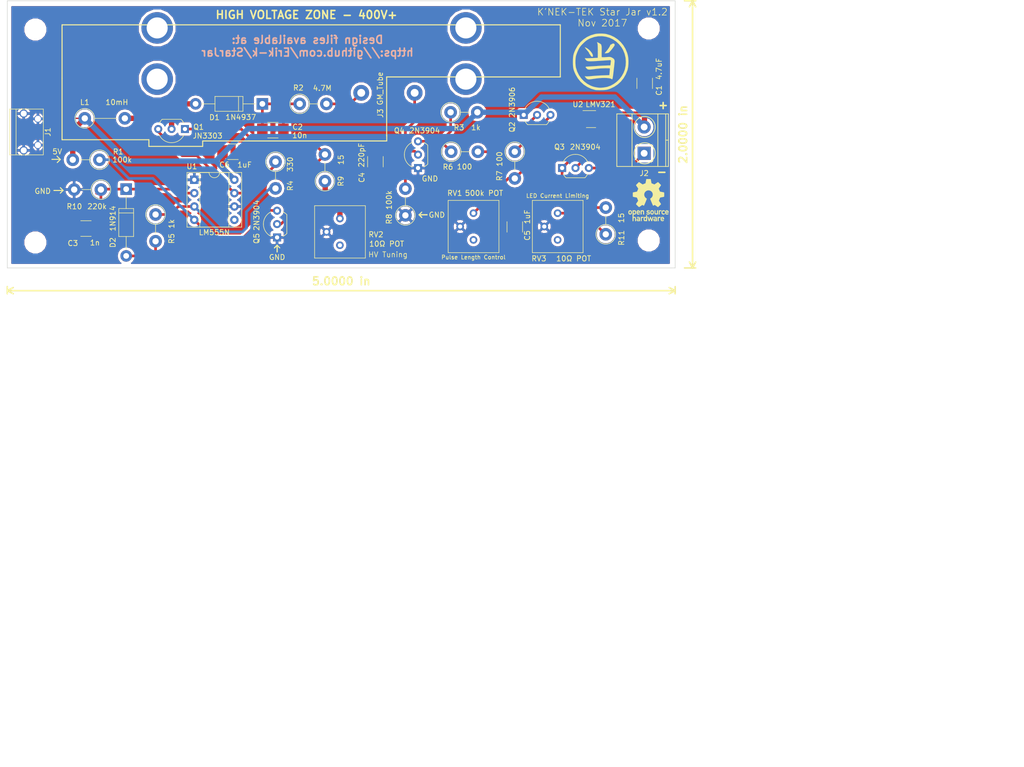
<source format=kicad_pcb>
(kicad_pcb (version 4) (host pcbnew 4.0.7)
  (layers (0 F.Cu signal) (31 B.Cu signal) (35 F.Paste user) (36 B.SilkS user) (37 F.SilkS user) (39 F.Mask user) (44 Edge.Cuts user))
  (net 0 "")
  (net 1 GND)
  (net 2 "Net-(C2-Pad1)")
  (net 3 "Net-(C3-Pad1)")
  (net 4 /PulseOutput)
  (net 5 +5V)
  (net 6 "Net-(D1-Pad2)")
  (net 7 "Net-(D2-Pad2)")
  (net 8 "Net-(J2-Pad1)")
  (net 9 "Net-(J3-Pad1)")
  (net 10 "Net-(Q1-Pad1)")
  (net 11 "Net-(R4-Pad2)")
  (net 12 "Net-(Q2-Pad3)")
  (net 13 "Net-(Q1-Pad3)")
  (net 14 "Net-(Q3-Pad2)")
  (net 15 "Net-(Q3-Pad1)")
  (net 16 "Net-(C4-Pad1)")
  (net 17 "Net-(Q2-Pad2)")
  (net 18 "Net-(Q4-Pad3)")
  (net 19 "Net-(Q5-Pad3)")
  (net 20 "Net-(R9-Pad1)")
  (net 21 "Net-(R11-Pad1)")
  (module Mounting_Holes:MountingHole_3.2mm_M3 (layer F.Cu) (at 184.2008 100.1776)
    (fp_text reference REF** hide)
    (fp_text value MountingHole_3.2mm_M3 hide)
    (pad 1 np_thru_hole circle (at 0 0) (size 3.2 3.2) (drill 3.2) (layers *.Cu *.Mask))
  )
  (module Mounting_Holes:MountingHole_3.2mm_M3 (layer F.Cu) (at 184.2008 59.8678)
    (fp_text reference REF** hide)
    (fp_text value MountingHole_3.2mm_M3 hide)
    (pad 1 np_thru_hole circle (at 0 0) (size 3.2 3.2) (drill 3.2) (layers *.Cu *.Mask))
  )
  (module Mounting_Holes:MountingHole_3.2mm_M3 (layer F.Cu) (at 67.564 100.5586)
    (fp_text reference REF** hide)
    (fp_text value MountingHole_3.2mm_M3 hide)
    (pad 1 np_thru_hole circle (at 0 0) (size 3.2 3.2) (drill 3.2) (layers *.Cu *.Mask))
  )
  (module Capacitors_SMD:C_1210_HandSoldering (layer F.Cu) (at 183.43 70.31 90)
    (fp_text reference C1 (at -1.3434 2.7266 90) (layer F.SilkS))
    (fp_text value 4.7uF (at 2.746 2.7266 90) (layer F.SilkS))
    (pad 1 smd rect (at -2 0 90) (size 2 2.5) (layers F.Cu F.Paste F.Mask) (net 5 +5V))
    (pad 2 smd rect (at 2 0 90) (size 2 2.5) (layers F.Cu F.Paste F.Mask) (net 1 GND))
  )
  (module Capacitors_SMD:C_1210_HandSoldering (layer F.Cu) (at 112.73 79.21)
    (fp_text reference C2 (at 4.7 -0.6) (layer F.SilkS))
    (fp_text value 10n (at 5.1 1) (layer F.SilkS))
    (pad 1 smd rect (at -2 0) (size 2 2.5) (layers F.Cu F.Paste F.Mask) (net 2 "Net-(C2-Pad1)"))
    (pad 2 smd rect (at 2 0) (size 2 2.5) (layers F.Cu F.Paste F.Mask) (net 1 GND))
  )
  (module Capacitors_SMD:C_1210_HandSoldering (layer F.Cu) (at 77.1906 97.917 180)
    (fp_text reference C3 (at 2.5 -2.8 180) (layer F.SilkS))
    (fp_text value 1n (at -1.7 -2.7 180) (layer F.SilkS))
    (pad 1 smd rect (at -2 0 180) (size 2 2.5) (layers F.Cu F.Paste F.Mask) (net 3 "Net-(C3-Pad1)"))
    (pad 2 smd rect (at 2 0 180) (size 2 2.5) (layers F.Cu F.Paste F.Mask) (net 1 GND))
  )
  (module Capacitors_SMD:C_1210_HandSoldering (layer F.Cu) (at 132.23 85.21 270)
    (fp_text reference C4 (at 3 2.6 450) (layer F.SilkS))
    (fp_text value 220pF (at -1.25 2.65 450) (layer F.SilkS))
    (pad 1 smd rect (at -2 0 270) (size 2 2.5) (layers F.Cu F.Paste F.Mask) (net 16 "Net-(C4-Pad1)"))
    (pad 2 smd rect (at 2 0 270) (size 2 2.5) (layers F.Cu F.Paste F.Mask) (net 1 GND))
  )
  (module Diodes_THT:D_DO-41_SOD81_P12.70mm_Horizontal (layer F.Cu) (at 110.73 74.21 180)
    (fp_text reference D1 (at 9.1046 -2.5742 180) (layer F.SilkS))
    (fp_text value 1N4937 (at 4.1008 -2.54 180) (layer F.SilkS))
    (pad 1 thru_hole rect (at 0 0 180) (size 2.2 2.2) (drill 1.1) (layers *.Cu *.Mask) (net 2 "Net-(C2-Pad1)"))
    (pad 2 thru_hole oval (at 12.7 0 180) (size 2.2 2.2) (drill 1.1) (layers *.Cu *.Mask) (net 6 "Net-(D1-Pad2)"))
  )
  (module Diodes_THT:D_DO-41_SOD81_P12.70mm_Horizontal (layer F.Cu) (at 84.836 90.424 270)
    (fp_text reference D2 (at 10.16 2.54 270) (layer F.SilkS))
    (fp_text value 1N914 (at 5.588 2.54 270) (layer F.SilkS))
    (pad 1 thru_hole rect (at 0 0 270) (size 2.2 2.2) (drill 1.1) (layers *.Cu *.Mask) (net 3 "Net-(C3-Pad1)"))
    (pad 2 thru_hole oval (at 12.7 0 270) (size 2.2 2.2) (drill 1.1) (layers *.Cu *.Mask) (net 7 "Net-(D2-Pad2)"))
  )
  (module TO_SOT_Packages_THT:TO-92_Inline_Wide (layer F.Cu) (at 96.012 78.994 180)
    (fp_text reference Q1 (at -2.5908 0.381 360) (layer F.SilkS))
    (fp_text value JN3303 (at -4.318 -1.2954 180) (layer F.SilkS))
    (pad 2 thru_hole circle (at 2.54 0 270) (size 1.524 1.524) (drill 0.8) (layers *.Cu *.Mask) (net 6 "Net-(D1-Pad2)"))
    (pad 3 thru_hole circle (at 5.08 0 270) (size 1.524 1.524) (drill 0.8) (layers *.Cu *.Mask) (net 13 "Net-(Q1-Pad3)"))
    (pad 1 thru_hole rect (at 0 0 270) (size 1.524 1.524) (drill 0.8) (layers *.Cu *.Mask) (net 10 "Net-(Q1-Pad1)"))
  )
  (module TO_SOT_Packages_THT:TO-92_Inline_Wide (layer F.Cu) (at 160.43 76.31)
    (fp_text reference Q2 (at -2.2 2.3 90) (layer F.SilkS))
    (fp_text value 2N3906 (at -2.2 -2.4 270) (layer F.SilkS))
    (pad 2 thru_hole circle (at 2.54 0 90) (size 1.524 1.524) (drill 0.8) (layers *.Cu *.Mask) (net 17 "Net-(Q2-Pad2)"))
    (pad 3 thru_hole circle (at 5.08 0 90) (size 1.524 1.524) (drill 0.8) (layers *.Cu *.Mask) (net 12 "Net-(Q2-Pad3)"))
    (pad 1 thru_hole rect (at 0 0 90) (size 1.524 1.524) (drill 0.8) (layers *.Cu *.Mask) (net 5 +5V))
  )
  (module Potentiometers:Potentiometer_Trimmer_Suntan_TSR-3386P_Horizontal (layer F.Cu) (at 150.876 94.996 180)
    (fp_text reference RV1 (at 3.556 3.81 180) (layer F.SilkS))
    (fp_text value "500k POT" (at -2.0066 3.81 180) (layer F.SilkS))
    (pad 3 thru_hole circle (at 0 -5.08 180) (size 1.44 1.44) (drill 0.8) (layers *.Cu *.Mask))
    (pad 2 thru_hole circle (at 2.54 -2.54 180) (size 1.44 1.44) (drill 0.8) (layers *.Cu *.Mask) (net 1 GND))
    (pad 1 thru_hole circle (at 0 0 180) (size 1.44 1.44) (drill 0.8) (layers *.Cu *.Mask) (net 4 /PulseOutput))
  )
  (module Potentiometers:Potentiometer_Trimmer_Suntan_TSR-3386P_Horizontal (layer F.Cu) (at 125.476 96.012 180)
    (fp_text reference RV2 (at -6.858 -3.048 180) (layer F.SilkS))
    (fp_text value "10Ω POT" (at -8.89 -4.826 180) (layer F.SilkS))
    (pad 3 thru_hole circle (at 0 -5.08 180) (size 1.44 1.44) (drill 0.8) (layers *.Cu *.Mask))
    (pad 2 thru_hole circle (at 2.54 -2.54 180) (size 1.44 1.44) (drill 0.8) (layers *.Cu *.Mask) (net 1 GND))
    (pad 1 thru_hole circle (at 0 0 180) (size 1.44 1.44) (drill 0.8) (layers *.Cu *.Mask) (net 20 "Net-(R9-Pad1)"))
  )
  (module Housings_DIP:DIP-8_W7.62mm_Socket (layer F.Cu) (at 97.79 88.646)
    (fp_text reference U1 (at -0.46 -2.536) (layer F.SilkS))
    (fp_text value LM555N (at 3.81 10.01) (layer F.SilkS))
    (pad 1 thru_hole rect (at 0 0) (size 1.6 1.6) (drill 0.8) (layers *.Cu *.Mask) (net 1 GND))
    (pad 5 thru_hole oval (at 7.62 7.62) (size 1.6 1.6) (drill 0.8) (layers *.Cu *.Mask))
    (pad 2 thru_hole oval (at 0 2.54) (size 1.6 1.6) (drill 0.8) (layers *.Cu *.Mask) (net 3 "Net-(C3-Pad1)"))
    (pad 6 thru_hole oval (at 7.62 5.08) (size 1.6 1.6) (drill 0.8) (layers *.Cu *.Mask) (net 1 GND))
    (pad 3 thru_hole oval (at 0 5.08) (size 1.6 1.6) (drill 0.8) (layers *.Cu *.Mask) (net 11 "Net-(R4-Pad2)"))
    (pad 7 thru_hole oval (at 7.62 2.54) (size 1.6 1.6) (drill 0.8) (layers *.Cu *.Mask) (net 13 "Net-(Q1-Pad3)"))
    (pad 4 thru_hole oval (at 0 7.62) (size 1.6 1.6) (drill 0.8) (layers *.Cu *.Mask) (net 19 "Net-(Q5-Pad3)"))
    (pad 8 thru_hole oval (at 7.62 0) (size 1.6 1.6) (drill 0.8) (layers *.Cu *.Mask) (net 5 +5V))
  )
  (module Resistors_THT:R_Axial_DIN0411_L9.9mm_D3.6mm_P5.08mm_Vertical (layer F.Cu) (at 79.756 84.836 180)
    (fp_text reference R1 (at -3.556 1.524 180) (layer F.SilkS))
    (fp_text value 100k (at -4.318 0 180) (layer F.SilkS))
    (pad 1 thru_hole circle (at 0 0 180) (size 2.4 2.4) (drill 1.2) (layers *.Cu *.Mask) (net 19 "Net-(Q5-Pad3)"))
    (pad 2 thru_hole oval (at 5.08 0 180) (size 2.4 2.4) (drill 1.2) (layers *.Cu *.Mask) (net 5 +5V))
  )
  (module Resistors_THT:R_Axial_DIN0411_L9.9mm_D3.6mm_P5.08mm_Vertical (layer F.Cu) (at 117.83 74.21)
    (fp_text reference R2 (at -0.254 -3.048) (layer F.SilkS))
    (fp_text value 4.7M (at 4.2932 -2.9884) (layer F.SilkS))
    (pad 1 thru_hole circle (at 0 0) (size 2.4 2.4) (drill 1.2) (layers *.Cu *.Mask) (net 2 "Net-(C2-Pad1)"))
    (pad 2 thru_hole oval (at 5.08 0) (size 2.4 2.4) (drill 1.2) (layers *.Cu *.Mask) (net 9 "Net-(J3-Pad1)"))
  )
  (module Resistors_THT:R_Axial_DIN0411_L9.9mm_D3.6mm_P5.08mm_Vertical (layer F.Cu) (at 146.53 75.81)
    (fp_text reference R3 (at 1.6 2.9) (layer F.SilkS))
    (fp_text value 1k (at 4.8 2.9) (layer F.SilkS))
    (pad 1 thru_hole circle (at 0 0) (size 2.4 2.4) (drill 1.2) (layers *.Cu *.Mask) (net 18 "Net-(Q4-Pad3)"))
    (pad 2 thru_hole oval (at 5.08 0) (size 2.4 2.4) (drill 1.2) (layers *.Cu *.Mask) (net 5 +5V))
  )
  (module Resistors_THT:R_Axial_DIN0411_L9.9mm_D3.6mm_P5.08mm_Vertical (layer F.Cu) (at 113.23 85.21 270)
    (fp_text reference R4 (at 4.572 -2.794 270) (layer F.SilkS))
    (fp_text value 330 (at 0.508 -2.794 270) (layer F.SilkS))
    (pad 1 thru_hole circle (at 0 0 270) (size 2.4 2.4) (drill 1.2) (layers *.Cu *.Mask) (net 13 "Net-(Q1-Pad3)"))
    (pad 2 thru_hole oval (at 5.08 0 270) (size 2.4 2.4) (drill 1.2) (layers *.Cu *.Mask) (net 11 "Net-(R4-Pad2)"))
  )
  (module Resistors_THT:R_Axial_DIN0411_L9.9mm_D3.6mm_P5.08mm_Vertical (layer F.Cu) (at 90.424 95.25 270)
    (fp_text reference R5 (at 4.572 -3.048 270) (layer F.SilkS))
    (fp_text value 1k (at 1.778 -3.048 270) (layer F.SilkS))
    (pad 1 thru_hole circle (at 0 0 270) (size 2.4 2.4) (drill 1.2) (layers *.Cu *.Mask) (net 11 "Net-(R4-Pad2)"))
    (pad 2 thru_hole oval (at 5.08 0 270) (size 2.4 2.4) (drill 1.2) (layers *.Cu *.Mask) (net 7 "Net-(D2-Pad2)"))
  )
  (module Resistors_THT:R_Axial_DIN0411_L9.9mm_D3.6mm_P5.08mm_Vertical (layer F.Cu) (at 146.63 83.31)
    (fp_text reference R6 (at -0.6 2.9) (layer F.SilkS))
    (fp_text value 100 (at 2.54 2.86) (layer F.SilkS))
    (pad 1 thru_hole circle (at 0 0) (size 2.4 2.4) (drill 1.2) (layers *.Cu *.Mask) (net 18 "Net-(Q4-Pad3)"))
    (pad 2 thru_hole oval (at 5.08 0) (size 2.4 2.4) (drill 1.2) (layers *.Cu *.Mask) (net 17 "Net-(Q2-Pad2)"))
  )
  (module Resistors_THT:R_Axial_DIN0411_L9.9mm_D3.6mm_P5.08mm_Vertical (layer F.Cu) (at 158.73 83.31 270)
    (fp_text reference R7 (at 4.574 2.901 270) (layer F.SilkS))
    (fp_text value 100 (at 1.399 2.901 270) (layer F.SilkS))
    (pad 1 thru_hole circle (at 0 0 270) (size 2.4 2.4) (drill 1.2) (layers *.Cu *.Mask) (net 12 "Net-(Q2-Pad3)"))
    (pad 2 thru_hole oval (at 5.08 0 270) (size 2.4 2.4) (drill 1.2) (layers *.Cu *.Mask) (net 4 /PulseOutput))
  )
  (module Resistors_THT:R_Axial_DIN0411_L9.9mm_D3.6mm_P5.08mm_Vertical (layer F.Cu) (at 137.93 95.41 90)
    (fp_text reference R8 (at -0.7 -3.1 90) (layer F.SilkS))
    (fp_text value 100k (at 2.9 -3.1 90) (layer F.SilkS))
    (pad 1 thru_hole circle (at 0 0 90) (size 2.4 2.4) (drill 1.2) (layers *.Cu *.Mask) (net 1 GND))
    (pad 2 thru_hole oval (at 5.08 0 90) (size 2.4 2.4) (drill 1.2) (layers *.Cu *.Mask) (net 16 "Net-(C4-Pad1)"))
  )
  (module TO_SOT_Packages_THT:TO-92_Inline_Wide (layer F.Cu) (at 140.33 86.41 90)
    (fp_text reference Q4 (at 7.112 -3.556 360) (layer F.SilkS))
    (fp_text value 2N3904 (at 7.112 1.27 180) (layer F.SilkS))
    (pad 2 thru_hole circle (at 2.54 0 180) (size 1.524 1.524) (drill 0.8) (layers *.Cu *.Mask) (net 16 "Net-(C4-Pad1)"))
    (pad 3 thru_hole circle (at 5.08 0 180) (size 1.524 1.524) (drill 0.8) (layers *.Cu *.Mask) (net 18 "Net-(Q4-Pad3)"))
    (pad 1 thru_hole rect (at 0 0 180) (size 1.524 1.524) (drill 0.8) (layers *.Cu *.Mask) (net 1 GND))
  )
  (module Resistors_THT:R_Axial_DIN0411_L9.9mm_D3.6mm_P5.08mm_Vertical (layer F.Cu) (at 122.63 88.91 90)
    (fp_text reference R9 (at -0.0154 3.0238 90) (layer F.SilkS))
    (fp_text value 15 (at 4.064 3.048 90) (layer F.SilkS))
    (pad 1 thru_hole circle (at 0 0 90) (size 2.4 2.4) (drill 1.2) (layers *.Cu *.Mask) (net 20 "Net-(R9-Pad1)"))
    (pad 2 thru_hole oval (at 5.08 0 90) (size 2.4 2.4) (drill 1.2) (layers *.Cu *.Mask) (net 10 "Net-(Q1-Pad1)"))
  )
  (module Capacitors_SMD:C_1210_HandSoldering (layer F.Cu) (at 158.73 97.61 270)
    (fp_text reference C5 (at 1.6278 -2.3822 270) (layer F.SilkS))
    (fp_text value 1uF (at -1.9028 -2.3822 270) (layer F.SilkS))
    (pad 1 smd rect (at -2 0 270) (size 2 2.5) (layers F.Cu F.Paste F.Mask) (net 4 /PulseOutput))
    (pad 2 smd rect (at 2 0 270) (size 2 2.5) (layers F.Cu F.Paste F.Mask) (net 1 GND))
  )
  (module Capacitors_SMD:C_1210_HandSoldering (layer F.Cu) (at 105.156 83.312)
    (fp_text reference C6 (at -1.6256 2.4892) (layer F.SilkS))
    (fp_text value 1uF (at 2.1844 2.4892) (layer F.SilkS))
    (pad 1 smd rect (at -2 0) (size 2 2.5) (layers F.Cu F.Paste F.Mask) (net 5 +5V))
    (pad 2 smd rect (at 2 0) (size 2 2.5) (layers F.Cu F.Paste F.Mask) (net 1 GND))
  )
  (module Resistors_THT:R_Axial_DIN0411_L9.9mm_D3.6mm_P7.62mm_Vertical (layer F.Cu) (at 76.962 76.962)
    (fp_text reference L1 (at 0 -3.048) (layer F.SilkS))
    (fp_text value 10mH (at 6.096 -3.048) (layer F.SilkS))
    (pad 1 thru_hole circle (at 0 0) (size 2.4 2.4) (drill 1.2) (layers *.Cu *.Mask) (net 5 +5V))
    (pad 2 thru_hole oval (at 7.62 0) (size 2.4 2.4) (drill 1.2) (layers *.Cu *.Mask) (net 6 "Net-(D1-Pad2)"))
  )
  (module TO_SOT_Packages_THT:TO-92_Inline_Wide (layer F.Cu) (at 167.73 86.41)
    (fp_text reference Q3 (at -0.5 -4 180) (layer F.SilkS))
    (fp_text value 2N3904 (at 4.4 -4 180) (layer F.SilkS))
    (pad 2 thru_hole circle (at 2.54 0 90) (size 1.524 1.524) (drill 0.8) (layers *.Cu *.Mask) (net 14 "Net-(Q3-Pad2)"))
    (pad 3 thru_hole circle (at 5.08 0 90) (size 1.524 1.524) (drill 0.8) (layers *.Cu *.Mask) (net 8 "Net-(J2-Pad1)"))
    (pad 1 thru_hole rect (at 0 0 90) (size 1.524 1.524) (drill 0.8) (layers *.Cu *.Mask) (net 15 "Net-(Q3-Pad1)"))
  )
  (module Potentiometers:Potentiometer_Trimmer_Suntan_TSR-3386P_Horizontal (layer F.Cu) (at 166.878 94.996 180)
    (fp_text reference RV3 (at 3.556 -8.636 180) (layer F.SilkS))
    (fp_text value "10Ω POT" (at -3.048 -8.636 180) (layer F.SilkS))
    (pad 3 thru_hole circle (at 0 -5.08 180) (size 1.44 1.44) (drill 0.8) (layers *.Cu *.Mask))
    (pad 2 thru_hole circle (at 2.54 -2.54 180) (size 1.44 1.44) (drill 0.8) (layers *.Cu *.Mask) (net 1 GND))
    (pad 1 thru_hole circle (at 0 0 180) (size 1.44 1.44) (drill 0.8) (layers *.Cu *.Mask) (net 21 "Net-(R11-Pad1)"))
  )
  (module TO_SOT_Packages_SMD:SOT-23-5_HandSoldering (layer F.Cu) (at 173.23 77.11)
    (fp_text reference U2 (at -2.5 -2.8) (layer F.SilkS))
    (fp_text value LMV321 (at 1.8 -2.8) (layer F.SilkS))
    (pad 1 smd rect (at -1.35 -0.95) (size 1.56 0.65) (layers F.Cu F.Paste F.Mask) (net 4 /PulseOutput))
    (pad 2 smd rect (at -1.35 0) (size 1.56 0.65) (layers F.Cu F.Paste F.Mask) (net 1 GND))
    (pad 3 smd rect (at -1.35 0.95) (size 1.56 0.65) (layers F.Cu F.Paste F.Mask) (net 15 "Net-(Q3-Pad1)"))
    (pad 4 smd rect (at 1.35 0.95) (size 1.56 0.65) (layers F.Cu F.Paste F.Mask) (net 14 "Net-(Q3-Pad2)"))
    (pad 5 smd rect (at 1.35 -0.95) (size 1.56 0.65) (layers F.Cu F.Paste F.Mask) (net 5 +5V))
  )
  (module Connectors_Terminal_Blocks:TerminalBlock_Pheonix_MKDS1.5-2pol (layer F.Cu) (at 183.33 83.61 90)
    (fp_text reference J2 (at -3.8 0 180) (layer F.SilkS))
    (fp_text value Screw_Terminal_1x02 hide)
    (pad 1 thru_hole rect (at 0 0 90) (size 2.5 2.5) (drill 1.3) (layers *.Cu *.Mask) (net 8 "Net-(J2-Pad1)"))
    (pad 2 thru_hole circle (at 5 0 90) (size 2.5 2.5) (drill 1.3) (layers *.Cu *.Mask) (net 5 +5V))
  )
  (module Wire_Connections_Bridges:WireConnection_1.50mmDrill (layer F.Cu) (at 129.53 72.11)
    (fp_text reference J3 (at 3.6422 3.8868 90) (layer F.SilkS))
    (fp_text value GM_Tube (at 3.5914 -0.8122 90) (layer F.SilkS))
    (pad 1 thru_hole circle (at 0 0) (size 2.99974 2.99974) (drill 1.50114) (layers *.Cu *.Mask) (net 9 "Net-(J3-Pad1)"))
    (pad 2 thru_hole circle (at 10.16 0) (size 2.99974 2.99974) (drill 1.50114) (layers *.Cu *.Mask) (net 16 "Net-(C4-Pad1)"))
  )
  (module TO_SOT_Packages_THT:TO-92_Inline_Wide (layer F.Cu) (at 113.53 99.61 90)
    (fp_text reference Q5 (at -0.2 -3.9 270) (layer F.SilkS))
    (fp_text value 2N3904 (at 4.2 -3.9 90) (layer F.SilkS))
    (pad 2 thru_hole circle (at 2.54 0 180) (size 1.524 1.524) (drill 0.8) (layers *.Cu *.Mask) (net 10 "Net-(Q1-Pad1)"))
    (pad 3 thru_hole circle (at 5.08 0 180) (size 1.524 1.524) (drill 0.8) (layers *.Cu *.Mask) (net 19 "Net-(Q5-Pad3)"))
    (pad 1 thru_hole rect (at 0 0 180) (size 1.524 1.524) (drill 0.8) (layers *.Cu *.Mask) (net 1 GND))
  )
  (module Resistors_THT:R_Axial_DIN0411_L9.9mm_D3.6mm_P5.08mm_Vertical (layer F.Cu) (at 80.03 90.51 180)
    (fp_text reference R10 (at 5.0492 -3.216 180) (layer F.SilkS))
    (fp_text value 220k (at 0.7312 -3.216 180) (layer F.SilkS))
    (pad 1 thru_hole circle (at 0 0 180) (size 2.4 2.4) (drill 1.2) (layers *.Cu *.Mask) (net 3 "Net-(C3-Pad1)"))
    (pad 2 thru_hole oval (at 5.08 0 180) (size 2.4 2.4) (drill 1.2) (layers *.Cu *.Mask) (net 1 GND))
  )
  (module Resistors_THT:R_Axial_DIN0411_L9.9mm_D3.6mm_P5.08mm_Vertical (layer F.Cu) (at 176.03 99.01 90)
    (fp_text reference R11 (at -0.685 2.9892 90) (layer F.SilkS))
    (fp_text value 15 (at 3.0996 2.9638 90) (layer F.SilkS))
    (pad 1 thru_hole circle (at 0 0 90) (size 2.4 2.4) (drill 1.2) (layers *.Cu *.Mask) (net 21 "Net-(R11-Pad1)"))
    (pad 2 thru_hole oval (at 5.08 0 90) (size 2.4 2.4) (drill 1.2) (layers *.Cu *.Mask) (net 15 "Net-(Q3-Pad1)"))
  )
  (module CustomFootprints:GM_tube_ziptie_mounts (layer F.Cu) (at 90.73 69.51 90)
    (fp_text reference FuseHolder1 hide)
    (fp_text value ZipTie)
    (pad 1 thru_hole circle (at 0 0 90) (size 6 6) (drill 4) (layers *.Cu *.Mask))
    (pad 2 thru_hole circle (at 9.74 0 90) (size 6 6) (drill oval 4) (layers *.Cu *.Mask))
  )
  (module CustomFootprints:GM_tube_ziptie_mounts (layer F.Cu) (at 149.43 69.51 90)
    (fp_text reference FuseHolder1 hide)
    (fp_text value ZipTie)
    (pad 1 thru_hole circle (at 0 0 90) (size 6 6) (drill 4) (layers *.Cu *.Mask))
    (pad 2 thru_hole circle (at 9.74 0 90) (size 6 6) (drill 4) (layers *.Cu *.Mask))
  )
  (module KNEK-TEK_logo:KNEK-TEK_logo_11mm (layer F.Cu) (at 175.0822 66.294)
    (fp_text reference G*** hide)
    (fp_text value LOGO hide)
  )
  (module Symbols:OSHW-Logo_7.5x8mm_SilkScreen (layer F.Cu) (at 184.15 92.5068)
    (fp_text reference REF*** hide)
    (fp_text value OSHW-Logo_7.5x8mm_SilkScreen hide)
  )
  (module Mounting_Holes:MountingHole_3.2mm_M3 (layer F.Cu) (at 67.564 60.071)
    (fp_text reference REF** hide)
    (fp_text value MountingHole_3.2mm_M3 hide)
    (pad 1 np_thru_hole circle (at 0 0) (size 3.2 3.2) (drill 3.2) (layers *.Cu *.Mask))
  )
  (module CustomFootprints:USB_Micro-B_big_holes_for_OSHpark (layer F.Cu) (at 66.7004 79.5528 270)
    (fp_text reference J1 (at 0 -3.24 270) (layer F.SilkS))
    (fp_text value USB_OTG)
    (pad 1 smd rect (at -1.3 -1.35) (size 1.35 0.4) (layers F.Cu F.Paste F.Mask) (net 5 +5V))
    (pad 2 smd rect (at -0.65 -1.35) (size 1.35 0.4) (layers F.Cu F.Paste F.Mask))
    (pad 3 smd rect (at 0 -1.35) (size 1.35 0.4) (layers F.Cu F.Paste F.Mask))
    (pad 4 smd rect (at 0.65 -1.35) (size 1.35 0.4) (layers F.Cu F.Paste F.Mask))
    (pad 5 smd rect (at 1.3 -1.35) (size 1.35 0.4) (layers F.Cu F.Paste F.Mask) (net 1 GND))
    (pad 6 thru_hole circle (at -2.5 -1.35) (size 1.397 1.397) (drill 1.143) (layers *.Cu *.Mask) (net 1 GND))
    (pad 6 thru_hole circle (at 2.5 -1.35) (size 1.397 1.397) (drill 1.143) (layers *.Cu *.Mask) (net 1 GND))
    (pad 6 thru_hole circle (at -3.5 1.35) (size 1.5494 1.5494) (drill 1.143) (layers *.Cu *.Mask) (net 1 GND))
    (pad 6 thru_hole circle (at 3.5 1.35) (size 1.5494 1.5494) (drill 1.143) (layers *.Cu *.Mask) (net 1 GND))
  )
  (gr_line (start 72.2884 84.7598) (end 70.7136 84.7598) (angle 90) (layer F.SilkS) (width 0.2))
  (gr_line (start 72.3138 84.7852) (end 71.7296 85.3694) (angle 90) (layer F.SilkS) (width 0.2))
  (gr_line (start 72.3138 84.7852) (end 71.6788 84.1502) (angle 90) (layer F.SilkS) (width 0.2))
  (gr_text 5V (at 71.7296 83.2866) (layer F.SilkS) (effects (font (size 1 1))))
  (gr_text "Design files available at:\nhttps://github.com/Erik-k/StarJar" (at 119.3038 63.2206) (layer B.SilkS) (effects (font (size 1.5 1.5) (thickness 0.3)) (justify mirror)))
  (gr_line (start 72.7964 90.7034) (end 72.3138 91.186) (angle 90) (layer F.SilkS) (width 0.2))
  (gr_line (start 72.8472 90.678) (end 72.3138 90.1446) (angle 90) (layer F.SilkS) (width 0.2))
  (gr_line (start 71.0946 90.678) (end 72.8472 90.678) (angle 90) (layer F.SilkS) (width 0.2))
  (gr_text GND (at 68.961 90.805) (layer F.SilkS) (effects (font (size 1 1))))
  (gr_text GND (at 142.5956 88.4428) (layer F.SilkS) (effects (font (size 1 1))))
  (gr_line (start 134.38 80.26) (end 134.38 81.26) (angle 90) (layer F.SilkS) (width 0.2))
  (gr_line (start 108.03 81.26) (end 108.23 81.26) (angle 90) (layer F.SilkS) (width 0.2))
  (gr_line (start 99.38 81.26) (end 99.38 82.31) (angle 90) (layer F.SilkS) (width 0.2))
  (gr_text "LED Current Limiting" (at 166.878 91.694) (layer F.SilkS) (effects (font (size 0.762 0.762) (thickness 0.127))))
  (gr_line (start 113.538 101.092) (end 114.046 101.6) (angle 90) (layer F.SilkS) (width 0.2))
  (gr_line (start 113.03 101.6) (end 113.538 101.092) (angle 90) (layer F.SilkS) (width 0.2))
  (gr_line (start 113.538 101.092) (end 113.03 101.6) (angle 90) (layer F.SilkS) (width 0.2))
  (gr_line (start 113.538 102.362) (end 113.538 101.092) (angle 90) (layer F.SilkS) (width 0.2))
  (gr_line (start 113.538 101.092) (end 113.538 102.362) (angle 90) (layer F.SilkS) (width 0.2))
  (gr_text GND (at 113.538 103.378) (layer F.SilkS) (effects (font (size 1 1))))
  (gr_line (start 140.5313 95.2981) (end 141.0393 94.7901) (angle 90) (layer F.SilkS) (width 0.2))
  (gr_line (start 141.0393 95.8061) (end 140.5313 95.2981) (angle 90) (layer F.SilkS) (width 0.2))
  (gr_line (start 140.5313 95.2981) (end 141.0393 95.8061) (angle 90) (layer F.SilkS) (width 0.2))
  (gr_line (start 142.0553 95.2981) (end 140.5313 95.2981) (angle 90) (layer F.SilkS) (width 0.2))
  (gr_line (start 140.5313 95.2981) (end 142.0553 95.2981) (angle 90) (layer F.SilkS) (width 0.2))
  (gr_text GND (at 143.9064 95.332) (layer F.SilkS) (effects (font (size 1 1))))
  (gr_line (start 99.414 81.264) (end 108.05 81.264) (angle 90) (layer F.SilkS) (width 0.2))
  (gr_line (start 89.154 82.296) (end 99.314 82.296) (angle 90) (layer F.SilkS) (width 0.2))
  (gr_line (start 89.154 81.026) (end 89.154 82.296) (angle 90) (layer F.SilkS) (width 0.2))
  (gr_line (start 72.644 81.026) (end 89.154 81.026) (angle 90) (layer F.SilkS) (width 0.2))
  (gr_line (start 72.644 69.342) (end 72.644 81.026) (angle 90) (layer F.SilkS) (width 0.2))
  (dimension 127 (width 0.3) (layer F.SilkS) (gr_text "5.0000 in" (at 125.73 111.078) (layer F.SilkS) (effects (font (size 1.5 1.5) (thickness 0.3)))) (feature1 (pts (xy 62.23 108.966) (xy 62.23 112.428))) (feature2 (pts (xy 189.23 108.966) (xy 189.23 112.428))) (crossbar (pts (xy 189.23 109.728) (xy 62.23 109.728))) (arrow1a (pts (xy 62.23 109.728) (xy 63.356504 109.141579))) (arrow1b (pts (xy 62.23 109.728) (xy 63.356504 110.314421))) (arrow2a (pts (xy 189.23 109.728) (xy 188.103496 109.141579))) (arrow2b (pts (xy 189.23 109.728) (xy 188.103496 110.314421))))
  (dimension 50.8 (width 0.3) (layer F.SilkS) (gr_text "2.0000 in" (at 193.882 80.01 270) (layer F.SilkS) (effects (font (size 1.5 1.5) (thickness 0.3)))) (feature1 (pts (xy 191.008 105.41) (xy 195.232 105.41))) (feature2 (pts (xy 191.008 54.61) (xy 195.232 54.61))) (crossbar (pts (xy 192.532 54.61) (xy 192.532 105.41))) (arrow1a (pts (xy 192.532 105.41) (xy 191.945579 104.283496))) (arrow1b (pts (xy 192.532 105.41) (xy 193.118421 104.283496))) (arrow2a (pts (xy 192.532 54.61) (xy 191.945579 55.736504))) (arrow2b (pts (xy 192.532 54.61) (xy 193.118421 55.736504))))
  (gr_text "HIGH VOLTAGE ZONE - 400V+" (at 119.126 57.277) (layer F.SilkS) (effects (font (size 1.5 1.5) (thickness 0.3))))
  (gr_line (start 167.386 59.182) (end 72.644 59.182) (angle 90) (layer F.SilkS) (width 0.2))
  (gr_line (start 167.386 69.088) (end 167.386 59.182) (angle 90) (layer F.SilkS) (width 0.2))
  (gr_line (start 134.366 69.088) (end 167.386 69.088) (angle 90) (layer F.SilkS) (width 0.2))
  (gr_line (start 134.366 80.264) (end 134.366 69.088) (angle 90) (layer F.SilkS) (width 0.2))
  (gr_line (start 108.204 81.264) (end 134.366 81.264) (angle 90) (layer F.SilkS) (width 0.2))
  (gr_line (start 72.644 59.182) (end 72.644 69.342) (angle 90) (layer F.SilkS) (width 0.2))
  (gr_text - (at 186.69 87.122) (layer F.SilkS) (effects (font (size 1.5 1.5) (thickness 0.3))))
  (gr_text + (at 186.944 74.422) (layer F.SilkS) (effects (font (size 1.5 1.5) (thickness 0.3))))
  (gr_text "K'NEK-TEK Star Jar v1.2\nNov 2017" (at 175.387 57.785) (layer F.SilkS) (effects (font (size 1.3 1.3) (thickness 0.127))))
  (gr_text "HV Tuning" (at 134.62 102.87) (layer F.SilkS) (effects (font (size 0.9906 0.9906) (thickness 0.127))))
  (gr_text "Pulse Length Control" (at 150.876 103.378) (layer F.SilkS) (effects (font (size 0.762 0.762) (thickness 0.127))))
  (gr_line (start 62.23 54.61) (end 62.23 105.41) (angle 90) (layer Edge.Cuts) (width 0.1))
  (gr_line (start 189.23 54.61) (end 62.23 54.61) (angle 90) (layer Edge.Cuts) (width 0.1))
  (gr_line (start 189.23 105.41) (end 189.23 54.61) (angle 90) (layer Edge.Cuts) (width 0.1))
  (gr_line (start 62.23 105.41) (end 189.23 105.41) (angle 90) (layer Edge.Cuts) (width 0.1))
  (segment (start 68.0504 80.8528) (end 69.7438 80.8528) (width 0.254) (layer F.Cu) (net 1))
  (segment (start 66.9328 80.8274) (end 68.2452 80.8274) (width 0.254) (layer F.Cu) (net 1))
  (segment (start 68.2452 80.8274) (end 68.2498 80.8228) (width 0.254) (layer F.Cu) (net 1))
  (segment (start 66.9328 80.8274) (end 65.7398 80.8274) (width 0.254) (layer F.Cu) (net 1))
  (segment (start 65.7398 80.8274) (end 65.7352 80.8228) (width 0.254) (layer F.Cu) (net 1))
  (segment (start 171.88 77.11) (end 170.93 77.11) (width 0.254) (layer F.Cu) (net 1))
  (segment (start 170.03 78.01) (end 170.03 78.51) (width 0.254) (layer F.Cu) (net 1))
  (segment (start 170.93 77.11) (end 170.03 78.01) (width 0.254) (layer F.Cu) (net 1))
  (segment (start 171.88 77.11) (end 173.23 77.11) (width 0.254) (layer F.Cu) (net 1))
  (segment (start 173.23 77.11) (end 173.23 75.51) (width 0.254) (layer F.Cu) (net 1))
  (segment (start 104.648 93.726) (end 105.41 93.726) (width 0.508) (layer B.Cu) (net 1))
  (segment (start 110.73 74.21) (end 117.83 74.21) (width 0.508) (layer F.Cu) (net 2))
  (segment (start 110.73 74.21) (end 110.73 79.21) (width 0.508) (layer F.Cu) (net 2))
  (segment (start 80.03 90.51) (end 80.03 94.5696) (width 0.508) (layer F.Cu) (net 3))
  (segment (start 79.1906 95.409) (end 79.1906 97.917) (width 0.508) (layer F.Cu) (net 3))
  (segment (start 80.03 94.5696) (end 79.1906 95.409) (width 0.508) (layer F.Cu) (net 3))
  (segment (start 79.216 91.218) (end 80.01 90.424) (width 0.508) (layer F.Cu) (net 3))
  (segment (start 80.01 90.424) (end 84.836 90.424) (width 0.508) (layer F.Cu) (net 3))
  (segment (start 84.836 90.424) (end 93.472 90.424) (width 0.508) (layer F.Cu) (net 3))
  (segment (start 94.234 91.186) (end 97.79 91.186) (width 0.508) (layer F.Cu) (net 3))
  (segment (start 93.472 90.424) (end 94.234 91.186) (width 0.508) (layer F.Cu) (net 3))
  (segment (start 171.88 76.16) (end 170.96 76.16) (width 0.508) (layer F.Cu) (net 4))
  (segment (start 170.96 76.16) (end 158.73 88.39) (width 0.508) (layer F.Cu) (net 4))
  (segment (start 158.73 88.39) (end 157.482 88.39) (width 0.508) (layer F.Cu) (net 4))
  (segment (start 157.482 88.39) (end 155.448 90.424) (width 0.508) (layer F.Cu) (net 4))
  (segment (start 158.75 93.726) (end 155.448 90.424) (width 0.508) (layer F.Cu) (net 4))
  (segment (start 158.75 95.536) (end 158.75 93.726) (width 0.508) (layer F.Cu) (net 4))
  (segment (start 155.448 90.424) (end 150.876 94.996) (width 0.508) (layer F.Cu) (net 4))
  (segment (start 76.962 76.962) (end 74.1172 76.962) (width 0.254) (layer F.Cu) (net 5))
  (segment (start 74.1172 76.962) (end 72.8264 78.2528) (width 0.254) (layer F.Cu) (net 5))
  (segment (start 72.8264 78.2528) (end 68.0504 78.2528) (width 0.254) (layer F.Cu) (net 5))
  (segment (start 180.88 76.16) (end 183.388 76.16) (width 1.016) (layer F.Cu) (net 5))
  (segment (start 183.33 76.21) (end 183.388 76.21) (width 1.016) (layer F.Cu) (net 5))
  (segment (start 183.338 76.21) (end 183.33 76.21) (width 1.016) (layer F.Cu) (net 5))
  (segment (start 183.388 76.16) (end 183.338 76.21) (width 1.016) (layer F.Cu) (net 5))
  (segment (start 174.58 76.16) (end 180.88 76.16) (width 1.016) (layer F.Cu) (net 5))
  (segment (start 159.63 75.81) (end 160.93 75.81) (width 1.016) (layer B.Cu) (net 5))
  (segment (start 160.93 75.81) (end 161.53 75.21) (width 1.016) (layer B.Cu) (net 5))
  (segment (start 183.33 78.61) (end 183.33 78.51) (width 1.016) (layer B.Cu) (net 5))
  (segment (start 183.33 78.51) (end 177.73 72.91) (width 1.016) (layer B.Cu) (net 5))
  (segment (start 177.73 72.91) (end 163.83 72.91) (width 1.016) (layer B.Cu) (net 5))
  (segment (start 163.83 72.91) (end 161.53 75.21) (width 1.016) (layer B.Cu) (net 5))
  (segment (start 161.53 75.21) (end 160.43 76.31) (width 1.016) (layer B.Cu) (net 5))
  (segment (start 151.61 75.81) (end 159.63 75.81) (width 1.016) (layer B.Cu) (net 5))
  (segment (start 159.63 75.81) (end 159.93 75.81) (width 1.016) (layer B.Cu) (net 5))
  (segment (start 159.93 75.81) (end 160.43 76.31) (width 1.016) (layer B.Cu) (net 5))
  (segment (start 101.854 85.09) (end 101.854 85.086) (width 1.016) (layer B.Cu) (net 5))
  (segment (start 148.51 78.91) (end 151.61 75.81) (width 1.016) (layer B.Cu) (net 5))
  (segment (start 108.03 78.91) (end 148.51 78.91) (width 1.016) (layer B.Cu) (net 5))
  (segment (start 101.854 85.086) (end 108.03 78.91) (width 1.016) (layer B.Cu) (net 5))
  (segment (start 183.388 78.566) (end 183.388 76.21) (width 1.016) (layer F.Cu) (net 5))
  (segment (start 183.388 76.21) (end 183.388 72.358) (width 1.016) (layer F.Cu) (net 5))
  (segment (start 101.854 85.09) (end 85.09 85.09) (width 1.016) (layer B.Cu) (net 5))
  (segment (start 85.09 85.09) (end 76.962 76.962) (width 1.016) (layer B.Cu) (net 5))
  (segment (start 74.676 84.836) (end 74.676 79.248) (width 1.016) (layer F.Cu) (net 5))
  (segment (start 74.676 79.248) (end 76.962 76.962) (width 1.016) (layer F.Cu) (net 5))
  (segment (start 103.156 83.312) (end 103.156 86.392) (width 1.016) (layer F.Cu) (net 5))
  (segment (start 103.156 86.392) (end 105.41 88.646) (width 1.016) (layer F.Cu) (net 5))
  (segment (start 105.378 88.614) (end 105.41 88.646) (width 1.016) (layer F.Cu) (net 5))
  (segment (start 101.854 85.09) (end 105.41 88.646) (width 1.016) (layer B.Cu) (net 5))
  (segment (start 98.03 74.21) (end 95.83 74.21) (width 1.016) (layer F.Cu) (net 6))
  (segment (start 95.83 74.21) (end 93.078 76.962) (width 1.016) (layer F.Cu) (net 6))
  (segment (start 84.582 76.962) (end 93.078 76.962) (width 1.016) (layer F.Cu) (net 6))
  (segment (start 93.078 76.962) (end 93.472 76.962) (width 1.016) (layer F.Cu) (net 6))
  (segment (start 93.472 78.994) (end 93.472 76.962) (width 1.016) (layer F.Cu) (net 6))
  (segment (start 90.424 100.33) (end 90.424 102.362) (width 0.508) (layer F.Cu) (net 7))
  (segment (start 89.662 103.124) (end 84.836 103.124) (width 0.508) (layer F.Cu) (net 7))
  (segment (start 90.424 102.362) (end 89.662 103.124) (width 0.508) (layer F.Cu) (net 7))
  (segment (start 172.81 86.41) (end 180.53 86.41) (width 0.508) (layer F.Cu) (net 8))
  (segment (start 180.53 86.41) (end 183.33 83.61) (width 0.508) (layer F.Cu) (net 8))
  (segment (start 122.91 74.21) (end 127.43 74.21) (width 0.508) (layer F.Cu) (net 9))
  (segment (start 127.43 74.21) (end 129.53 72.11) (width 0.508) (layer F.Cu) (net 9))
  (segment (start 96.012 78.994) (end 106.714 78.994) (width 0.508) (layer F.Cu) (net 10))
  (segment (start 120.51 81.71) (end 122.63 83.83) (width 0.508) (layer F.Cu) (net 10))
  (segment (start 109.43 81.71) (end 120.51 81.71) (width 0.508) (layer F.Cu) (net 10))
  (segment (start 106.714 78.994) (end 109.43 81.71) (width 0.508) (layer F.Cu) (net 10))
  (segment (start 119.888 86.614) (end 122.682 83.82) (width 0.508) (layer F.Cu) (net 10))
  (segment (start 119.888 91.44) (end 119.888 86.614) (width 0.508) (layer F.Cu) (net 10))
  (segment (start 113.538 97.028) (end 114.3 97.028) (width 0.508) (layer F.Cu) (net 10))
  (segment (start 114.3 97.028) (end 119.888 91.44) (width 0.508) (layer F.Cu) (net 10))
  (segment (start 102.616 98.552) (end 97.79 93.726) (width 0.508) (layer B.Cu) (net 11))
  (segment (start 113.792 89.408) (end 113.03 89.408) (width 0.508) (layer B.Cu) (net 11))
  (segment (start 113.03 89.408) (end 107.696 94.742) (width 0.508) (layer B.Cu) (net 11))
  (segment (start 107.696 94.742) (end 107.696 97.79) (width 0.508) (layer B.Cu) (net 11))
  (segment (start 107.696 97.79) (end 106.934 98.552) (width 0.508) (layer B.Cu) (net 11))
  (segment (start 106.934 98.552) (end 102.616 98.552) (width 0.508) (layer B.Cu) (net 11))
  (segment (start 90.424 95.25) (end 93.218 95.25) (width 0.508) (layer F.Cu) (net 11))
  (segment (start 94.742 93.726) (end 97.79 93.726) (width 0.508) (layer F.Cu) (net 11))
  (segment (start 93.218 95.25) (end 94.742 93.726) (width 0.508) (layer F.Cu) (net 11))
  (segment (start 165.51 76.31) (end 165.51 76.53) (width 0.508) (layer F.Cu) (net 12))
  (segment (start 165.51 76.53) (end 158.73 83.31) (width 0.508) (layer F.Cu) (net 12))
  (segment (start 105.41 91.186) (end 107.854 91.186) (width 0.508) (layer F.Cu) (net 13))
  (segment (start 107.854 91.186) (end 113.23 85.81) (width 0.508) (layer F.Cu) (net 13))
  (segment (start 90.932 78.994) (end 90.932 79.502) (width 0.508) (layer F.Cu) (net 13))
  (segment (start 90.932 79.502) (end 95.504 84.074) (width 0.508) (layer F.Cu) (net 13))
  (segment (start 95.504 84.074) (end 98.298 84.074) (width 0.508) (layer F.Cu) (net 13))
  (segment (start 98.298 84.074) (end 105.41 91.186) (width 0.508) (layer F.Cu) (net 13))
  (segment (start 174.58 78.06) (end 174.58 82.1) (width 0.508) (layer F.Cu) (net 14))
  (segment (start 174.58 82.1) (end 170.27 86.41) (width 0.508) (layer F.Cu) (net 14))
  (segment (start 171.88 78.06) (end 171.88 82.26) (width 0.508) (layer F.Cu) (net 15))
  (segment (start 171.88 82.26) (end 167.73 86.41) (width 0.508) (layer F.Cu) (net 15))
  (segment (start 167.73 86.41) (end 167.73 88.11) (width 0.508) (layer F.Cu) (net 15))
  (segment (start 173.55 93.93) (end 176.03 93.93) (width 0.508) (layer F.Cu) (net 15))
  (segment (start 167.73 88.11) (end 173.55 93.93) (width 0.508) (layer F.Cu) (net 15))
  (segment (start 139.69 72.11) (end 139.69 77.55) (width 0.508) (layer F.Cu) (net 16))
  (segment (start 137.93 79.31) (end 137.93 83.21) (width 0.508) (layer F.Cu) (net 16))
  (segment (start 139.69 77.55) (end 137.93 79.31) (width 0.508) (layer F.Cu) (net 16))
  (segment (start 137.93 90.33) (end 137.93 83.21) (width 0.508) (layer F.Cu) (net 16))
  (segment (start 132.23 83.21) (end 137.93 83.21) (width 0.508) (layer F.Cu) (net 16))
  (segment (start 137.93 83.21) (end 139.67 83.21) (width 0.508) (layer F.Cu) (net 16))
  (segment (start 139.67 83.21) (end 140.33 83.87) (width 0.508) (layer F.Cu) (net 16))
  (segment (start 151.71 83.31) (end 154.13 83.31) (width 0.508) (layer F.Cu) (net 17))
  (segment (start 160.67 78.61) (end 162.97 76.31) (width 0.508) (layer F.Cu) (net 17))
  (segment (start 158.83 78.61) (end 160.67 78.61) (width 0.508) (layer F.Cu) (net 17))
  (segment (start 154.13 83.31) (end 158.83 78.61) (width 0.508) (layer F.Cu) (net 17))
  (segment (start 146.53 75.81) (end 146.53 79.45) (width 0.508) (layer F.Cu) (net 18))
  (segment (start 146.53 79.45) (end 144.65 81.33) (width 0.508) (layer F.Cu) (net 18))
  (segment (start 140.33 81.33) (end 144.65 81.33) (width 0.508) (layer F.Cu) (net 18))
  (segment (start 144.65 81.33) (end 146.63 83.31) (width 0.508) (layer F.Cu) (net 18))
  (segment (start 113.538 94.488) (end 112.268 94.488) (width 0.508) (layer F.Cu) (net 19))
  (segment (start 112.268 94.488) (end 106.934 99.822) (width 0.508) (layer F.Cu) (net 19))
  (segment (start 106.934 99.822) (end 101.346 99.822) (width 0.508) (layer F.Cu) (net 19))
  (segment (start 79.756 84.836) (end 81.788 84.836) (width 0.508) (layer B.Cu) (net 19))
  (segment (start 89.916 88.392) (end 97.79 96.266) (width 0.508) (layer B.Cu) (net 19))
  (segment (start 85.344 88.392) (end 89.916 88.392) (width 0.508) (layer B.Cu) (net 19))
  (segment (start 81.788 84.836) (end 85.344 88.392) (width 0.508) (layer B.Cu) (net 19))
  (segment (start 101.346 99.822) (end 97.79 96.266) (width 0.508) (layer F.Cu) (net 19))
  (segment (start 122.682 88.9) (end 122.682 90.678) (width 1.016) (layer F.Cu) (net 20))
  (segment (start 122.682 90.678) (end 125.476 93.472) (width 1.016) (layer F.Cu) (net 20))
  (segment (start 125.476 93.472) (end 125.476 96.012) (width 1.016) (layer F.Cu) (net 20))
  (segment (start 171.958 94.996) (end 176.022 99.06) (width 0.508) (layer F.Cu) (net 21))
  (segment (start 166.878 94.996) (end 171.958 94.996) (width 0.508) (layer F.Cu) (net 21))
  (zone (net 1) (net_name GND) (layer B.Cu) (connect_pads (clearance 0.508)) (min_thickness 0.254) (fill yes (arc_segments 16) (thermal_gap 0.508) (thermal_bridge_width 0.508))
    (polygon (pts (xy 188.214 104.648) (xy 62.992 104.648) (xy 62.992 55.626) (xy 188.214 55.626)))
  )
  (zone (net 1) (net_name GND) (layer F.Cu) (connect_pads (clearance 0.508)) (min_thickness 0.254) (fill yes (arc_segments 16) (thermal_gap 0.508) (thermal_bridge_width 0.508))
    (polygon (pts (xy 62.992 55.626) (xy 62.992 104.648) (xy 188.214 104.648) (xy 188.214 55.626)))
  )
)
</source>
